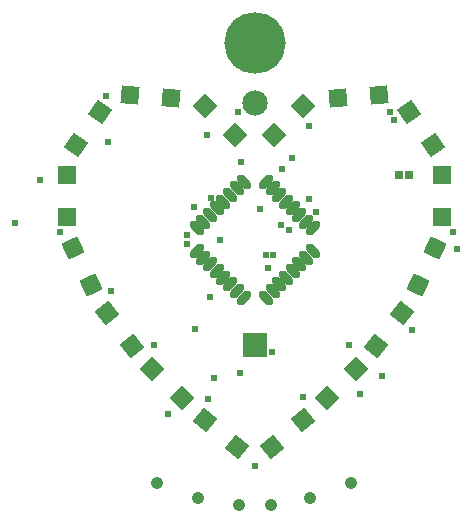
<source format=gts>
G04*
G04 #@! TF.GenerationSoftware,Altium Limited,Altium Designer,25.0.2 (28)*
G04*
G04 Layer_Color=8388736*
%FSLAX44Y44*%
%MOMM*%
G71*
G04*
G04 #@! TF.SameCoordinates,16F35CEF-FA67-4110-AEDA-BA59390F761F*
G04*
G04*
G04 #@! TF.FilePolarity,Negative*
G04*
G01*
G75*
%ADD17P,2.1213X4X85.0*%
%ADD18P,2.1213X4X180.0*%
%ADD19P,2.1213X4X185.0*%
%ADD20P,2.1213X4X160.0*%
%ADD21P,2.1213X4X173.0*%
%ADD22P,2.1213X4X100.0*%
%ADD23P,2.1213X4X170.0*%
%ADD24P,2.1213X4X220.0*%
%ADD25R,1.5000X1.5000*%
%ADD26P,2.1213X4X110.0*%
%ADD27P,2.1213X4X90.0*%
%ADD28P,2.1213X4X97.0*%
%ADD29P,2.1213X4X50.0*%
%ADD30R,0.6532X0.6532*%
G04:AMPARAMS|DCode=31|XSize=0.7532mm|YSize=1.5032mm|CornerRadius=0mm|HoleSize=0mm|Usage=FLASHONLY|Rotation=315.000|XOffset=0mm|YOffset=0mm|HoleType=Round|Shape=Round|*
%AMOVALD31*
21,1,0.7500,0.7532,0.0000,0.0000,45.0*
1,1,0.7532,-0.2652,-0.2652*
1,1,0.7532,0.2652,0.2652*
%
%ADD31OVALD31*%

G04:AMPARAMS|DCode=32|XSize=0.7532mm|YSize=1.5032mm|CornerRadius=0mm|HoleSize=0mm|Usage=FLASHONLY|Rotation=45.000|XOffset=0mm|YOffset=0mm|HoleType=Round|Shape=Round|*
%AMOVALD32*
21,1,0.7500,0.7532,0.0000,0.0000,135.0*
1,1,0.7532,0.2652,-0.2652*
1,1,0.7532,-0.2652,0.2652*
%
%ADD32OVALD32*%

%ADD33C,1.0532*%
%ADD34C,5.2032*%
%ADD35C,2.1450*%
%ADD36R,2.1450X2.1450*%
%ADD37C,0.6032*%
D17*
X1369406Y656249D02*
D03*
X1342594Y633751D02*
D03*
D18*
X1241626Y699374D02*
D03*
X1266374Y674625D02*
D03*
X1286626Y922375D02*
D03*
X1311374Y897626D02*
D03*
D19*
X1286594Y656249D02*
D03*
X1313406Y633751D02*
D03*
D20*
X1174604Y801860D02*
D03*
X1189396Y770140D02*
D03*
D21*
X1203226Y746790D02*
D03*
X1224774Y719210D02*
D03*
D22*
X1197038Y917335D02*
D03*
X1176962Y888665D02*
D03*
D23*
X1458962Y917335D02*
D03*
X1479037Y888665D02*
D03*
D24*
X1222567Y931525D02*
D03*
X1257434Y928475D02*
D03*
D25*
X1169000Y863500D02*
D03*
Y828500D02*
D03*
X1487000Y863500D02*
D03*
Y828500D02*
D03*
D26*
X1481396Y801860D02*
D03*
X1466604Y770140D02*
D03*
D27*
X1414374Y699374D02*
D03*
X1389626Y674625D02*
D03*
X1369375Y922375D02*
D03*
X1344626Y897626D02*
D03*
D28*
X1452774Y746790D02*
D03*
X1431226Y719210D02*
D03*
D29*
X1433433Y931525D02*
D03*
X1398567Y928475D02*
D03*
D30*
X1450580Y863600D02*
D03*
X1458580D02*
D03*
D31*
X1337966Y858134D02*
D03*
X1343623Y852477D02*
D03*
X1349279Y846820D02*
D03*
X1354937Y841163D02*
D03*
X1360593Y835507D02*
D03*
X1366250Y829849D02*
D03*
X1371907Y824193D02*
D03*
X1377564Y818536D02*
D03*
X1318874Y759846D02*
D03*
X1313217Y765503D02*
D03*
X1307560Y771160D02*
D03*
X1301903Y776817D02*
D03*
X1296247Y782473D02*
D03*
X1290590Y788130D02*
D03*
X1284933Y793787D02*
D03*
X1279276Y799444D02*
D03*
D32*
X1377564D02*
D03*
X1371907Y793787D02*
D03*
X1366250Y788130D02*
D03*
X1360593Y782473D02*
D03*
X1354937Y776817D02*
D03*
X1349279Y771160D02*
D03*
X1343623Y765503D02*
D03*
X1337966Y759846D02*
D03*
X1279276Y818536D02*
D03*
X1284933Y824193D02*
D03*
X1290590Y829849D02*
D03*
X1296247Y835507D02*
D03*
X1301903Y841163D02*
D03*
X1307560Y846820D02*
D03*
X1313217Y852477D02*
D03*
X1318874Y858134D02*
D03*
D33*
X1245870Y603000D02*
D03*
X1375410Y590000D02*
D03*
X1315000Y584000D02*
D03*
X1280160Y590000D02*
D03*
X1341840Y584000D02*
D03*
X1409700Y603000D02*
D03*
D34*
X1328420Y975360D02*
D03*
D35*
Y924670D02*
D03*
D36*
Y719770D02*
D03*
D37*
X1289050Y674370D02*
D03*
X1294130Y692150D02*
D03*
X1277366Y733425D02*
D03*
X1254760Y661670D02*
D03*
X1315720Y695960D02*
D03*
X1328420Y617220D02*
D03*
X1408430Y720090D02*
D03*
X1202690Y930910D02*
D03*
X1203960Y891540D02*
D03*
X1146810Y859790D02*
D03*
X1125220Y822960D02*
D03*
X1163320Y815340D02*
D03*
X1290320Y760730D02*
D03*
X1299210Y808980D02*
D03*
X1271270Y805180D02*
D03*
Y812800D02*
D03*
X1350391Y821690D02*
D03*
X1339850Y784860D02*
D03*
X1316990Y875030D02*
D03*
X1314450Y916940D02*
D03*
X1287780Y897890D02*
D03*
X1374140Y905510D02*
D03*
X1442475Y917269D02*
D03*
X1446530Y910590D02*
D03*
X1499870Y801370D02*
D03*
X1496060Y815340D02*
D03*
X1461770Y732790D02*
D03*
X1436370Y693420D02*
D03*
X1417320Y678180D02*
D03*
X1369060Y675640D02*
D03*
X1206500Y765810D02*
D03*
X1243330Y720090D02*
D03*
X1332738Y834865D02*
D03*
X1380236Y832485D02*
D03*
X1342898Y713867D02*
D03*
X1343990Y795864D02*
D03*
X1291590Y844042D02*
D03*
X1373886Y843026D02*
D03*
X1359934Y878278D02*
D03*
X1357376Y817499D02*
D03*
X1337818Y795782D02*
D03*
X1276604Y836676D02*
D03*
X1351026Y868426D02*
D03*
M02*

</source>
